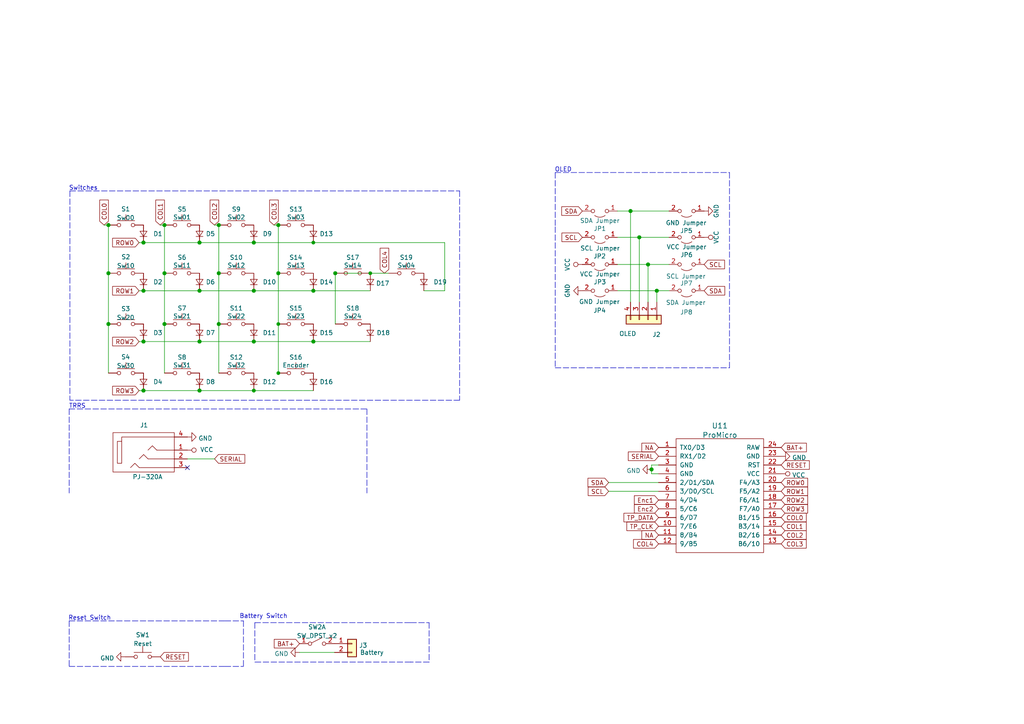
<source format=kicad_sch>
(kicad_sch (version 20211123) (generator eeschema)
  (paper "A4")
  (lib_symbols
    (symbol "Buzzard:MJ-4PP-9" (pin_names (offset 1.016))
      (property "Reference" "J" (at -8.89 -7.62 0))
      (property "Value" "MJ-4PP-9" (at -3.81 6.35 0))
      (symbol "MJ-4PP-9_0_1"
        (rectangle (start -7.62 2.54) (end -8.89 -3.81))
        (polyline (pts (xy 2.54 0) (xy 7.62 0)))
        (polyline (pts (xy -2.54 -5.08) (xy 7.62 -5.08) (xy 7.62 -5.08)))
        (polyline (pts (xy 0 -2.54) (xy -1.27 -1.27) (xy -2.54 -2.54)))
        (polyline (pts (xy 0 0) (xy 1.27 1.27) (xy 2.54 0)))
        (polyline (pts (xy 7.62 3.81) (xy -7.62 3.81) (xy -7.62 2.54)))
        (polyline (pts (xy -2.54 -5.08) (xy -3.81 -3.81) (xy -5.08 -5.08) (xy -5.08 -5.08)))
        (polyline (pts (xy 0 -2.54) (xy 7.62 -2.54) (xy 7.62 -2.54) (xy 7.62 -2.54)))
        (rectangle (start 7.62 -6.35) (end -10.16 5.08))
      )
      (symbol "MJ-4PP-9_1_1"
        (pin passive line (at 11.43 0 180) (length 3.81) (name "~") (number "1"))
        (pin passive line (at 11.43 -2.54 180) (length 3.81) (name "~") (number "2"))
        (pin passive line (at 11.43 -5.08 180) (length 3.81) (name "~") (number "3"))
        (pin passive line (at 11.43 3.81 180) (length 3.81) (name "~") (number "4"))
      )
    )
    (symbol "Buzzard:ProMicro" (pin_names (offset 1.016))
      (property "Reference" "U" (at 0 19.05 0))
      (property "Value" "ProMicro" (at 0 -19.05 0))
      (symbol "ProMicro_0_1"
        (rectangle (start -12.7 16.51) (end 12.7 -16.51))
      )
      (symbol "ProMicro_1_1"
        (pin bidirectional line (at -17.78 13.97 0) (length 5.08) (name "TX0/D3") (number "1"))
        (pin bidirectional line (at -17.78 -8.89 0) (length 5.08) (name "7/E6") (number "10"))
        (pin bidirectional line (at -17.78 -11.43 0) (length 5.08) (name "8/B4") (number "11"))
        (pin bidirectional line (at -17.78 -13.97 0) (length 5.08) (name "9/B5") (number "12"))
        (pin bidirectional line (at 17.78 -13.97 180) (length 5.08) (name "B6/10") (number "13"))
        (pin bidirectional line (at 17.78 -11.43 180) (length 5.08) (name "B2/16") (number "14"))
        (pin bidirectional line (at 17.78 -8.89 180) (length 5.08) (name "B3/14") (number "15"))
        (pin bidirectional line (at 17.78 -6.35 180) (length 5.08) (name "B1/15") (number "16"))
        (pin bidirectional line (at 17.78 -3.81 180) (length 5.08) (name "F7/A0") (number "17"))
        (pin bidirectional line (at 17.78 -1.27 180) (length 5.08) (name "F6/A1") (number "18"))
        (pin bidirectional line (at 17.78 1.27 180) (length 5.08) (name "F5/A2") (number "19"))
        (pin bidirectional line (at -17.78 11.43 0) (length 5.08) (name "RX1/D2") (number "2"))
        (pin bidirectional line (at 17.78 3.81 180) (length 5.08) (name "F4/A3") (number "20"))
        (pin power_in line (at 17.78 6.35 180) (length 5.08) (name "VCC") (number "21"))
        (pin input line (at 17.78 8.89 180) (length 5.08) (name "RST") (number "22"))
        (pin power_in line (at 17.78 11.43 180) (length 5.08) (name "GND") (number "23"))
        (pin power_out line (at 17.78 13.97 180) (length 5.08) (name "RAW") (number "24"))
        (pin power_in line (at -17.78 8.89 0) (length 5.08) (name "GND") (number "3"))
        (pin power_in line (at -17.78 6.35 0) (length 5.08) (name "GND") (number "4"))
        (pin bidirectional line (at -17.78 3.81 0) (length 5.08) (name "2/D1/SDA") (number "5"))
        (pin bidirectional line (at -17.78 1.27 0) (length 5.08) (name "3/D0/SCL") (number "6"))
        (pin bidirectional line (at -17.78 -1.27 0) (length 5.08) (name "4/D4") (number "7"))
        (pin bidirectional line (at -17.78 -3.81 0) (length 5.08) (name "5/C6") (number "8"))
        (pin bidirectional line (at -17.78 -6.35 0) (length 5.08) (name "6/D7") (number "9"))
      )
    )
    (symbol "Connector_Generic:Conn_01x02" (pin_names (offset 1.016) hide)
      (property "Reference" "J" (at 0 2.54 0))
      (property "Value" "Conn_01x02" (at 0 -5.08 0))
      (symbol "Conn_01x02_1_1"
        (rectangle (start -1.27 -2.413) (end 0 -2.667) (stroke (width 0.1524)))
        (rectangle (start -1.27 0.127) (end 0 -0.127) (stroke (width 0.1524)))
        (rectangle (start -1.27 1.27) (end 1.27 -3.81) (stroke (width 0.254)) (fill (type background)))
        (pin passive line (at -5.08 0 0) (length 3.81) (name "Pin_1") (number "1"))
        (pin passive line (at -5.08 -2.54 0) (length 3.81) (name "Pin_2") (number "2"))
      )
    )
    (symbol "Connector_Generic:Conn_01x04" (pin_names (offset 1.016) hide)
      (property "Reference" "J" (at 0 5.08 0))
      (property "Value" "Conn_01x04" (at 0 -7.62 0))
      (symbol "Conn_01x04_1_1"
        (rectangle (start -1.27 -4.953) (end 0 -5.207) (stroke (width 0.1524)))
        (rectangle (start -1.27 -2.413) (end 0 -2.667) (stroke (width 0.1524)))
        (rectangle (start -1.27 0.127) (end 0 -0.127) (stroke (width 0.1524)))
        (rectangle (start -1.27 2.667) (end 0 2.413) (stroke (width 0.1524)))
        (rectangle (start -1.27 3.81) (end 1.27 -6.35) (stroke (width 0.254)) (fill (type background)))
        (pin passive line (at -5.08 2.54 0) (length 3.81) (name "Pin_1") (number "1"))
        (pin passive line (at -5.08 0 0) (length 3.81) (name "Pin_2") (number "2"))
        (pin passive line (at -5.08 -2.54 0) (length 3.81) (name "Pin_3") (number "3"))
        (pin passive line (at -5.08 -5.08 0) (length 3.81) (name "Pin_4") (number "4"))
      )
    )
    (symbol "Device:D_Small" (pin_numbers hide) (pin_names (offset 0.254) hide)
      (property "Reference" "D" (at -1.27 2.032 0))
      (property "Value" "D_Small" (at -3.81 -2.032 0))
      (symbol "D_Small_0_1"
        (polyline (pts (xy -0.762 -1.016) (xy -0.762 1.016)))
        (polyline (pts (xy -0.762 0) (xy 0.762 0)))
        (polyline (pts (xy 0.762 -1.016) (xy -0.762 0) (xy 0.762 1.016) (xy 0.762 -1.016)))
      )
      (symbol "D_Small_1_1"
        (pin passive line (at -2.54 0 0) (length 1.778) (name "K") (number "1"))
        (pin passive line (at 2.54 0 180) (length 1.778) (name "A") (number "2"))
      )
    )
    (symbol "Jumper:Jumper_2_Open" (pin_names (offset 0) hide)
      (property "Reference" "JP" (at 0 2.794 0))
      (property "Value" "Jumper_2_Open" (at 0 -2.286 0))
      (symbol "Jumper_2_Open_0_0"
        (circle (center -2.032 0) (radius 0.508))
        (circle (center 2.032 0) (radius 0.508))
      )
      (symbol "Jumper_2_Open_0_1"
        (arc (start 1.524 1.27) (mid 0 1.778) (end -1.524 1.27))
      )
      (symbol "Jumper_2_Open_1_1"
        (pin passive line (at -5.08 0 0) (length 2.54) (name "A") (number "1"))
        (pin passive line (at 5.08 0 180) (length 2.54) (name "B") (number "2"))
      )
    )
    (symbol "Switch:SW_DPST_x2" (pin_names (offset 0) hide)
      (property "Reference" "SW" (at 0 3.175 0))
      (property "Value" "SW_DPST_x2" (at 0 -2.54 0))
      (symbol "SW_DPST_x2_0_0"
        (circle (center -2.032 0) (radius 0.508))
        (polyline (pts (xy -1.524 0.254) (xy 1.524 1.778)))
        (circle (center 2.032 0) (radius 0.508))
      )
      (symbol "SW_DPST_x2_1_1"
        (pin passive line (at -5.08 0 0) (length 2.54) (name "A") (number "1"))
        (pin passive line (at 5.08 0 180) (length 2.54) (name "B") (number "2"))
      )
      (symbol "SW_DPST_x2_2_1"
        (pin passive line (at -5.08 0 0) (length 2.54) (name "A") (number "3"))
        (pin passive line (at 5.08 0 180) (length 2.54) (name "B") (number "4"))
      )
    )
    (symbol "Switch:SW_Push" (pin_numbers hide) (pin_names (offset 1.016) hide)
      (property "Reference" "SW" (at 1.27 2.54 0))
      (property "Value" "SW_Push" (at 0 -1.524 0))
      (symbol "SW_Push_0_1"
        (circle (center -2.032 0) (radius 0.508))
        (polyline (pts (xy 0 1.27) (xy 0 3.048)))
        (polyline (pts (xy 2.54 1.27) (xy -2.54 1.27)))
        (circle (center 2.032 0) (radius 0.508))
        (pin passive line (at -5.08 0 0) (length 2.54) (name "1") (number "1"))
        (pin passive line (at 5.08 0 180) (length 2.54) (name "2") (number "2"))
      )
    )
    (symbol "power:GND" (power) (pin_names (offset 0))
      (property "Value" "GND" (at 0 -3.81 0))
      (symbol "GND_0_1"
        (polyline (pts (xy 0 0) (xy 0 -1.27) (xy 1.27 -1.27) (xy 0 -2.54) (xy -1.27 -1.27) (xy 0 -1.27)))
      )
      (symbol "GND_1_1"
        (pin power_in line (at 0 0 270) (length 0) hide (name "GND") (number "1"))
      )
    )
    (symbol "power:VCC" (power) (pin_names (offset 0))
      (property "Value" "VCC" (at 0 3.81 0))
      (symbol "VCC_0_1"
        (polyline (pts (xy 0 0) (xy 0 1.27)))
        (circle (center 0 1.905) (radius 0.635))
      )
      (symbol "VCC_1_1"
        (pin power_in line (at 0 0 90) (length 0) hide (name "VCC") (number "1"))
      )
    )
  )
  (junction (at 57.8673 113.287) (diameter 1.016))
  (junction (at 63.4553 65.281) (diameter 1.016))
  (junction (at 188.976 136.144) (diameter 1.016))
  (junction (at 63.4553 93.983) (diameter 1.016))
  (junction (at 185.42 68.834) (diameter 1.016))
  (junction (at 57.8673 70.361) (diameter 1.016))
  (junction (at 73.6153 113.2906))
  (junction (at 73.6153 84.331) (diameter 1.016))
  (junction (at 187.96 76.708) (diameter 1.016))
  (junction (at 47.7073 79.251) (diameter 1.016))
  (junction (at 73.6153 99.063) (diameter 1.016))
  (junction (at 107.3973 79.251))
  (junction (at 80.7273 65.281) (diameter 1.016))
  (junction (at 90.8873 99.063) (diameter 1.016))
  (junction (at 80.7337 108.2106))
  (junction (at 57.8673 84.331) (diameter 1.016))
  (junction (at 73.6153 70.361) (diameter 1.016))
  (junction (at 97.2373 79.251) (diameter 1.016))
  (junction (at 63.4553 79.251) (diameter 1.016))
  (junction (at 41.6113 84.331) (diameter 1.016))
  (junction (at 47.7073 93.983) (diameter 1.016))
  (junction (at 80.7273 93.983))
  (junction (at 57.8673 99.063) (diameter 1.016))
  (junction (at 190.5 84.328) (diameter 1.016))
  (junction (at 31.4513 93.983) (diameter 1.016))
  (junction (at 31.4513 79.251) (diameter 1.016))
  (junction (at 41.6113 70.361) (diameter 1.016))
  (junction (at 31.4513 65.281) (diameter 1.016))
  (junction (at 47.7073 65.281) (diameter 1.016))
  (junction (at 41.6113 99.063) (diameter 1.016))
  (junction (at 80.7273 79.251) (diameter 1.016))
  (junction (at 182.88 61.214) (diameter 1.016))
  (junction (at 90.8873 84.331) (diameter 1.016))
  (junction (at 90.8873 70.361))
  (junction (at 73.6153 113.287))
  (junction (at 41.6113 113.287) (diameter 1.016))
  (no_connect (at 54.356 135.636))
  (wire (pts (xy 187.96 76.708) (xy 194.056 76.708)))
  (wire (pts (xy 182.88 61.214) (xy 194.056 61.214)))
  (polyline (pts (xy 211.582 106.68) (xy 211.582 65.786)) (stroke (width 0) (type dash)))
  (wire (pts (xy 80.7273 65.281) (xy 80.7273 79.251)))
  (wire (pts (xy 57.8673 99.063) (xy 73.6153 99.063)))
  (wire (pts (xy 179.07 76.708) (xy 187.96 76.708)))
  (wire (pts (xy 179.07 61.214) (xy 182.88 61.214)))
  (wire (pts (xy 54.356 133.096) (xy 62.23 133.096)))
  (polyline (pts (xy 65.278 180.086) (xy 70.612 180.086)) (stroke (width 0) (type dash)))
  (polyline (pts (xy 106.426 118.618) (xy 106.426 143.002)) (stroke (width 0) (type dash)))
  (wire (pts (xy 31.4513 79.251) (xy 31.4513 93.983)))
  (wire (pts (xy 128.9873 84.331) (xy 128.9873 70.361)))
  (wire (pts (xy 188.976 137.414) (xy 188.976 136.144)))
  (wire (pts (xy 185.42 87.63) (xy 185.42 68.834)))
  (wire (pts (xy 41.6113 99.063) (xy 57.8673 99.063)))
  (wire (pts (xy 176.53 139.954) (xy 191.008 139.954)))
  (polyline (pts (xy 124.46 180.594) (xy 124.46 192.024)) (stroke (width 0) (type dash)))
  (wire (pts (xy 31.4513 65.281) (xy 31.4513 79.251)))
  (polyline (pts (xy 161.036 50.038) (xy 161.036 65.786)) (stroke (width 0) (type dash)))
  (polyline (pts (xy 119.126 180.594) (xy 124.46 180.594)) (stroke (width 0) (type dash)))
  (wire (pts (xy 41.6113 70.361) (xy 57.8673 70.361)))
  (wire (pts (xy 57.8673 70.361) (xy 73.6153 70.361)))
  (wire (pts (xy 107.3973 79.251) (xy 97.2373 79.251)))
  (wire (pts (xy 40.3413 70.361) (xy 41.6113 70.361)))
  (polyline (pts (xy 133.3053 55.375) (xy 133.3053 116.081)) (stroke (width 0) (type dash)))
  (polyline (pts (xy 20.066 118.618) (xy 106.426 118.618)) (stroke (width 0) (type dash)))
  (polyline (pts (xy 119.126 192.024) (xy 73.914 192.024)) (stroke (width 0) (type dash)))
  (wire (pts (xy 40.3413 113.287) (xy 41.6113 113.287)))
  (wire (pts (xy 47.7073 65.281) (xy 47.7073 79.251)))
  (polyline (pts (xy 20.2753 55.375) (xy 20.2753 116.081)) (stroke (width 0) (type dash)))
  (wire (pts (xy 90.8873 84.331) (xy 107.3973 84.331)))
  (wire (pts (xy 190.5 84.328) (xy 194.056 84.328)))
  (wire (pts (xy 63.4553 65.281) (xy 63.4553 79.251)))
  (polyline (pts (xy 161.036 106.68) (xy 211.582 106.68)) (stroke (width 0) (type dash)))
  (wire (pts (xy 41.6113 113.287) (xy 57.8673 113.287)))
  (polyline (pts (xy 20.066 180.086) (xy 65.278 180.086)) (stroke (width 0) (type dash)))
  (wire (pts (xy 47.7073 93.983) (xy 47.7073 108.207)))
  (polyline (pts (xy 133.3053 116.081) (xy 20.2753 116.081)) (stroke (width 0) (type dash)))
  (wire (pts (xy 188.976 134.874) (xy 188.976 136.144)))
  (wire (pts (xy 179.07 84.328) (xy 190.5 84.328)))
  (polyline (pts (xy 20.066 193.294) (xy 65.278 193.294)) (stroke (width 0.1524) (type dash)))
  (wire (pts (xy 73.6153 113.2906) (xy 73.6153 113.287)))
  (polyline (pts (xy 161.036 50.038) (xy 211.582 50.038)) (stroke (width 0) (type dash)))
  (wire (pts (xy 30.1813 65.281) (xy 31.4513 65.281)))
  (wire (pts (xy 47.7073 79.251) (xy 47.7073 93.983)))
  (wire (pts (xy 73.6153 99.063) (xy 90.8873 99.063)))
  (polyline (pts (xy 65.278 193.294) (xy 70.612 193.294)) (stroke (width 0) (type dash)))
  (wire (pts (xy 31.4513 93.983) (xy 31.4513 108.207)))
  (wire (pts (xy 62.1853 65.281) (xy 63.4553 65.281)))
  (wire (pts (xy 122.9311 84.331) (xy 128.9873 84.331)))
  (wire (pts (xy 57.8673 84.331) (xy 73.6153 84.331)))
  (wire (pts (xy 40.3413 99.063) (xy 41.6113 99.063)))
  (wire (pts (xy 185.42 68.834) (xy 194.056 68.834)))
  (wire (pts (xy 182.88 61.214) (xy 182.88 87.63)))
  (wire (pts (xy 187.96 76.708) (xy 187.96 87.63)))
  (polyline (pts (xy 20.066 180.086) (xy 20.066 193.294)) (stroke (width 0) (type dash)))
  (polyline (pts (xy 161.036 65.786) (xy 161.036 106.68)) (stroke (width 0) (type dash)))
  (wire (pts (xy 79.4573 65.281) (xy 80.7273 65.281)))
  (wire (pts (xy 80.7273 79.251) (xy 80.7273 93.983)))
  (wire (pts (xy 40.3413 84.331) (xy 41.6113 84.331)))
  (wire (pts (xy 90.8873 113.2906) (xy 73.6153 113.2906)))
  (wire (pts (xy 97.2373 79.251) (xy 97.2373 93.983)))
  (polyline (pts (xy 73.914 180.594) (xy 119.126 180.594)) (stroke (width 0) (type dash)))
  (wire (pts (xy 41.6113 84.331) (xy 57.8673 84.331)))
  (wire (pts (xy 176.53 142.494) (xy 191.008 142.494)))
  (wire (pts (xy 90.8873 99.063) (xy 107.3973 99.063)))
  (wire (pts (xy 80.7273 93.983) (xy 80.7273 108.2106)))
  (polyline (pts (xy 73.914 180.594) (xy 73.914 192.024)) (stroke (width 0) (type dash)))
  (wire (pts (xy 179.07 68.834) (xy 185.42 68.834)))
  (wire (pts (xy 128.9873 70.361) (xy 90.8873 70.361)))
  (wire (pts (xy 107.3973 79.251) (xy 112.7711 79.251)))
  (wire (pts (xy 190.5 84.328) (xy 190.5 87.63)))
  (wire (pts (xy 57.8673 113.287) (xy 73.6153 113.287)))
  (wire (pts (xy 86.868 189.23) (xy 97.028 189.23)))
  (polyline (pts (xy 211.582 50.038) (xy 211.582 65.786)) (stroke (width 0) (type dash)))
  (polyline (pts (xy 20.066 118.618) (xy 20.066 143.002)) (stroke (width 0) (type dash)))
  (polyline (pts (xy 124.46 192.024) (xy 119.126 192.024)) (stroke (width 0) (type dash)))
  (wire (pts (xy 191.008 137.414) (xy 188.976 137.414)))
  (wire (pts (xy 46.4373 65.281) (xy 47.7073 65.281)))
  (wire (pts (xy 80.7273 108.2106) (xy 80.7337 108.2106)))
  (wire (pts (xy 73.6153 70.361) (xy 90.8873 70.361)))
  (polyline (pts (xy 20.2753 55.375) (xy 133.3053 55.375)) (stroke (width 0) (type dash)))
  (wire (pts (xy 191.008 134.874) (xy 188.976 134.874)))
  (polyline (pts (xy 70.612 180.086) (xy 70.612 193.294)) (stroke (width 0) (type dash)))
  (wire (pts (xy 63.4553 79.251) (xy 63.4553 93.983)))
  (wire (pts (xy 73.6153 84.331) (xy 90.8873 84.331)))
  (wire (pts (xy 63.4553 93.983) (xy 63.4553 108.207)))
  (text "TRRS" (at 24.892 118.618 180) (effects (font (size 1.27 1.27)) (justify right bottom)))
  (text "Switches" (at 28.4033 55.375 180) (effects (font (size 1.27 1.27)) (justify right bottom)))
  (text "Battery Switch	" (at 89.662 179.578 180) (effects (font (size 1.27 1.27)) (justify right bottom)))
  (text "OLED" (at 165.862 50.038 180) (effects (font (size 1.27 1.27)) (justify right bottom)))
  (text "Reset Switch" (at 32.258 180.086 180) (effects (font (size 1.27 1.27)) (justify right bottom)))
  (global_label "ROW1" (shape input) (at 40.3413 84.331 180) (property "Intersheet References" "${INTERSHEET_REFS}" (effects hide)))
  (global_label "SCL" (shape input) (at 176.53 142.494 180) (property "Intersheet References" "${INTERSHEET_REFS}" (effects hide)))
  (global_label "SERIAL" (shape input) (at 62.23 133.096 0) (property "Intersheet References" "${INTERSHEET_REFS}" (effects hide)))
  (global_label "ROW2" (shape input) (at 40.3413 99.063 180) (property "Intersheet References" "${INTERSHEET_REFS}" (effects hide)))
  (global_label "RESET" (shape input) (at 46.482 190.5 0) (property "Intersheet References" "${INTERSHEET_REFS}" (effects hide)))
  (global_label "TP_CLK" (shape input) (at 191.008 152.654 180) (property "Intersheet References" "${INTERSHEET_REFS}" (effects hide)))
  (global_label "TP_DATA" (shape input) (at 191.008 150.114 180) (property "Intersheet References" "${INTERSHEET_REFS}" (effects hide)))
  (global_label "COL2" (shape input) (at 226.568 155.194 0) (property "Intersheet References" "${INTERSHEET_REFS}" (effects hide)))
  (global_label "COL3" (shape input) (at 226.568 157.734 0) (property "Intersheet References" "${INTERSHEET_REFS}" (effects hide)))
  (global_label "BAT+" (shape input) (at 86.868 186.69 180) (property "Intersheet References" "${INTERSHEET_REFS}" (effects hide)))
  (global_label "COL4" (shape input) (at 111.5011 79.251 90) (property "Intersheet References" "${INTERSHEET_REFS}" (effects hide)))
  (global_label "BAT+" (shape input) (at 226.568 129.794 0) (property "Intersheet References" "${INTERSHEET_REFS}" (effects hide)))
  (global_label "COL4" (shape input) (at 191.008 157.734 180) (property "Intersheet References" "${INTERSHEET_REFS}" (effects hide)))
  (global_label "ROW2" (shape input) (at 226.568 145.034 0) (property "Intersheet References" "${INTERSHEET_REFS}" (effects hide)))
  (global_label "ROW1" (shape input) (at 226.568 142.494 0) (property "Intersheet References" "${INTERSHEET_REFS}" (effects hide)))
  (global_label "NA" (shape input) (at 191.008 155.194 180) (property "Intersheet References" "${INTERSHEET_REFS}" (effects hide)))
  (global_label "SDA" (shape input) (at 168.91 61.214 180) (property "Intersheet References" "${INTERSHEET_REFS}" (effects hide)))
  (global_label "SDA" (shape input) (at 176.53 139.954 180) (property "Intersheet References" "${INTERSHEET_REFS}" (effects hide)))
  (global_label "COL3" (shape input) (at 79.4573 65.281 90) (property "Intersheet References" "${INTERSHEET_REFS}" (effects hide)))
  (global_label "ROW3" (shape input) (at 40.3413 113.287 180) (property "Intersheet References" "${INTERSHEET_REFS}" (effects hide)))
  (global_label "Enc2" (shape input) (at 191.008 147.574 180) (property "Intersheet References" "${INTERSHEET_REFS}" (effects hide)))
  (global_label "ROW3" (shape input) (at 226.568 147.574 0) (property "Intersheet References" "${INTERSHEET_REFS}" (effects hide)))
  (global_label "SDA" (shape input) (at 204.216 84.328 0) (property "Intersheet References" "${INTERSHEET_REFS}" (effects hide)))
  (global_label "ROW0" (shape input) (at 226.568 139.954 0) (property "Intersheet References" "${INTERSHEET_REFS}" (effects hide)))
  (global_label "COL1" (shape input) (at 226.568 152.654 0) (property "Intersheet References" "${INTERSHEET_REFS}" (effects hide)))
  (global_label "NA" (shape input) (at 191.008 129.794 180) (property "Intersheet References" "${INTERSHEET_REFS}" (effects hide)))
  (global_label "ROW0" (shape input) (at 40.3413 70.361 180) (property "Intersheet References" "${INTERSHEET_REFS}" (effects hide)))
  (global_label "COL0" (shape input) (at 30.1813 65.281 90) (property "Intersheet References" "${INTERSHEET_REFS}" (effects hide)))
  (global_label "COL1" (shape input) (at 46.4373 65.281 90) (property "Intersheet References" "${INTERSHEET_REFS}" (effects hide)))
  (global_label "SERIAL" (shape input) (at 191.008 132.334 180) (property "Intersheet References" "${INTERSHEET_REFS}" (effects hide)))
  (global_label "COL0" (shape input) (at 226.568 150.114 0) (property "Intersheet References" "${INTERSHEET_REFS}" (effects hide)))
  (global_label "SCL" (shape input) (at 168.91 68.834 180) (property "Intersheet References" "${INTERSHEET_REFS}" (effects hide)))
  (global_label "Enc1" (shape input) (at 191.008 145.034 180) (property "Intersheet References" "${INTERSHEET_REFS}" (effects hide)))
  (global_label "SCL" (shape input) (at 204.216 76.708 0) (property "Intersheet References" "${INTERSHEET_REFS}" (effects hide)))
  (global_label "COL2" (shape input) (at 62.1853 65.281 90) (property "Intersheet References" "${INTERSHEET_REFS}" (effects hide)))
  (global_label "RESET" (shape input) (at 226.568 134.874 0) (property "Intersheet References" "${INTERSHEET_REFS}" (effects hide)))
  (symbol (lib_id "power:GND") (at 204.216 61.214 90) (unit 1)
    (property "Reference" "#PWR0102" (effects hide))
    (property "Value" "GND" (at 207.7634 61.214 0))
  )
  (symbol (lib_id "Device:D_Small") (at 41.6113 81.791 90) (unit 1)
    (property "Reference" "D2" (at 44.45 81.7909 90) (effects (justify right)))
    (property "Value" "D_Small" (effects hide))
    (property "Footprint" "Buzzard:D3_TH_SMD_v2" (effects hide))
  )
  (symbol (lib_id "Jumper:Jumper_2_Open") (at 199.136 61.214 180) (unit 1)
    (property "Reference" "JP5" (at 200.9129 66.9291 0) (effects (justify left)))
    (property "Value" "GND Jumper" (at 204.9642 64.6431 0) (effects (justify left)))
    (property "Footprint" "Jumper:SolderJumper-2_P1.3mm_Open_Pad1.0x1.5mm" (effects hide))
  )
  (symbol (lib_id "Switch:SW_Push") (at 52.7873 79.251 0) (unit 1)
    (property "Reference" "S6" (at 52.7873 74.6748 0))
    (property "Value" "Sw11" (at 52.7873 76.9735 0))
    (property "Footprint" "Buzzard:SW_MX_choc" (effects hide))
  )
  (symbol (lib_id "Switch:SW_Push") (at 41.402 190.5 0) (unit 1)
    (property "Reference" "SW1" (at 41.402 184.15 0))
    (property "Value" "Reset" (at 41.402 186.69 0))
    (property "Footprint" "Buzzard:SW_Tactile_SPST_Angled_PTS645Vx39-2LFS" (effects hide))
  )
  (symbol (lib_id "Device:D_Small") (at 73.6153 96.523 90) (unit 1)
    (property "Reference" "D11" (at 76.2 96.5229 90) (effects (justify right)))
    (property "Value" "D_Small" (effects hide))
    (property "Footprint" "Buzzard:D3_TH_SMD_v2" (effects hide))
  )
  (symbol (lib_id "Jumper:Jumper_2_Open") (at 173.99 68.834 180) (unit 1)
    (property "Reference" "JP2" (at 175.7669 74.2951 0) (effects (justify left)))
    (property "Value" "SCL Jumper" (at 179.8182 72.0091 0) (effects (justify left)))
    (property "Footprint" "Jumper:SolderJumper-2_P1.3mm_Open_Pad1.0x1.5mm" (effects hide))
  )
  (symbol (lib_id "Device:D_Small") (at 90.8873 67.821 90) (unit 1)
    (property "Reference" "D13" (at 92.71 67.8209 90) (effects (justify right)))
    (property "Value" "D_Small" (effects hide))
    (property "Footprint" "Buzzard:D3_TH_SMD_v2" (effects hide))
  )
  (symbol (lib_id "Device:D_Small") (at 41.6113 110.747 90) (unit 1)
    (property "Reference" "D4" (at 44.45 110.7469 90) (effects (justify right)))
    (property "Value" "D_Small" (effects hide))
    (property "Footprint" "Buzzard:D3_TH_SMD_v2" (effects hide))
  )
  (symbol (lib_id "Device:D_Small") (at 90.8873 96.523 90) (unit 1)
    (property "Reference" "D15" (at 92.71 96.5229 90) (effects (justify right)))
    (property "Value" "D_Small" (effects hide))
    (property "Footprint" "Buzzard:D3_TH_SMD_v2" (effects hide))
  )
  (symbol (lib_id "Switch:SW_Push") (at 85.8073 93.983 0) (unit 1)
    (property "Reference" "S15" (at 85.8073 89.4068 0))
    (property "Value" "Sw23" (at 85.8073 91.7055 0))
    (property "Footprint" "Buzzard:SW_MX_choc" (effects hide))
  )
  (symbol (lib_id "power:GND") (at 36.322 190.5 270) (unit 1)
    (property "Reference" "#PWR01" (effects hide))
    (property "Value" "GND" (at 33.147 190.8885 90) (effects (justify right)))
  )
  (symbol (lib_id "Device:D_Small") (at 73.6153 67.821 90) (unit 1)
    (property "Reference" "D9" (at 76.2 67.8209 90) (effects (justify right)))
    (property "Value" "D_Small" (effects hide))
    (property "Footprint" "Buzzard:D3_TH_SMD_v2" (effects hide))
  )
  (symbol (lib_id "Switch:SW_Push") (at 52.7873 93.983 0) (unit 1)
    (property "Reference" "S7" (at 52.7873 89.4068 0))
    (property "Value" "Sw21" (at 52.7873 91.7055 0))
    (property "Footprint" "Buzzard:SW_MX_choc" (effects hide))
  )
  (symbol (lib_id "Device:D_Small") (at 122.9311 81.791 90) (unit 1)
    (property "Reference" "D19" (at 125.73 81.7909 90) (effects (justify right)))
    (property "Value" "D_Small" (effects hide))
    (property "Footprint" "Buzzard:D3_TH_SMD_v2" (effects hide))
  )
  (symbol (lib_id "Switch:SW_Push") (at 102.3173 93.983 0) (unit 1)
    (property "Reference" "S18" (at 102.3173 89.4068 0))
    (property "Value" "Sw24" (at 102.3173 91.7055 0))
    (property "Footprint" "Buzzard:SW_MX_choc" (effects hide))
  )
  (symbol (lib_id "Switch:SW_Push") (at 68.5353 65.281 0) (unit 1)
    (property "Reference" "S9" (at 68.5353 60.7048 0))
    (property "Value" "Sw02" (at 68.5353 63.0035 0))
    (property "Footprint" "Buzzard:SW_MX_choc" (effects hide))
  )
  (symbol (lib_id "Jumper:Jumper_2_Open") (at 199.136 84.328 180) (unit 1)
    (property "Reference" "JP8" (at 200.9129 90.5511 0) (effects (justify left)))
    (property "Value" "SDA Jumper" (at 204.7102 87.7571 0) (effects (justify left)))
    (property "Footprint" "Jumper:SolderJumper-2_P1.3mm_Open_Pad1.0x1.5mm" (effects hide))
  )
  (symbol (lib_id "Device:D_Small") (at 57.8673 110.747 90) (unit 1)
    (property "Reference" "D8" (at 59.69 110.7469 90) (effects (justify right)))
    (property "Value" "D_Small" (effects hide))
    (property "Footprint" "Buzzard:D3_TH_SMD_v2" (effects hide))
  )
  (symbol (lib_id "Device:D_Small") (at 107.3973 81.791 90) (unit 1)
    (property "Reference" "D17" (at 109.0484 82.1795 90) (effects (justify right)))
    (property "Value" "D_Small" (effects hide))
    (property "Footprint" "Buzzard:D3_TH_SMD_v2" (effects hide))
  )
  (symbol (lib_id "Jumper:Jumper_2_Open") (at 173.99 84.328 180) (unit 1)
    (property "Reference" "JP4" (at 175.7669 90.0431 0) (effects (justify left)))
    (property "Value" "GND Jumper" (at 179.8182 87.5031 0) (effects (justify left)))
    (property "Footprint" "Jumper:SolderJumper-2_P1.3mm_Open_Pad1.0x1.5mm" (effects hide))
  )
  (symbol (lib_id "Switch:SW_Push") (at 36.5313 108.207 0) (unit 1)
    (property "Reference" "S4" (at 36.4446 103.5355 0))
    (property "Value" "Sw30" (at 36.4446 106.0755 0))
    (property "Footprint" "Buzzard:SW_MX_choc" (effects hide))
  )
  (symbol (lib_id "power:GND") (at 54.356 126.746 90) (unit 1)
    (property "Reference" "#PWR04" (effects hide))
    (property "Value" "GND" (at 57.5311 127.1345 90) (effects (justify right)))
  )
  (symbol (lib_id "Buzzard:ProMicro") (at 208.788 143.764 0) (unit 1)
    (property "Reference" "U11" (at 208.788 123.4899 0) (effects (font (size 1.524 1.524))))
    (property "Value" "ProMicro" (at 208.788 126.1975 0) (effects (font (size 1.524 1.524))))
    (property "Footprint" "Buzzard:ProMicro_v2" (effects hide))
  )
  (symbol (lib_id "Device:D_Small") (at 57.8673 81.791 90) (unit 1)
    (property "Reference" "D6" (at 59.69 81.7909 90) (effects (justify right)))
    (property "Value" "D_Small" (effects hide))
    (property "Footprint" "Buzzard:D3_TH_SMD_v2" (effects hide))
  )
  (symbol (lib_id "Jumper:Jumper_2_Open") (at 199.136 68.834 180) (unit 1)
    (property "Reference" "JP6" (at 199.136 73.9182 0))
    (property "Value" "VCC Jumper" (at 199.136 71.6195 0))
    (property "Footprint" "Jumper:SolderJumper-2_P1.3mm_Open_Pad1.0x1.5mm" (effects hide))
  )
  (symbol (lib_id "power:VCC") (at 168.91 76.708 90) (unit 1)
    (property "Reference" "#PWR0103" (effects hide))
    (property "Value" "VCC" (at 164.5856 76.708 0))
  )
  (symbol (lib_id "Switch:SW_Push") (at 52.7873 65.281 0) (unit 1)
    (property "Reference" "S5" (at 52.7873 60.7048 0))
    (property "Value" "Sw01" (at 52.7873 63.0035 0))
    (property "Footprint" "Buzzard:SW_MX_choc" (effects hide))
  )
  (symbol (lib_id "Connector_Generic:Conn_01x02") (at 102.108 186.69 0) (unit 1)
    (property "Reference" "J3" (at 104.1401 187.1991 0) (effects (justify left)))
    (property "Value" "Battery" (at 104.3941 189.2438 0) (effects (justify left)))
    (property "Footprint" "Connector_JST:JST_PH_S2B-PH-K_1x02_P2.00mm_Horizontal" (effects hide))
  )
  (symbol (lib_id "power:VCC") (at 226.568 137.414 270) (unit 1)
    (property "Reference" "#PWR015" (effects hide))
    (property "Value" "VCC" (at 229.7431 137.8025 90) (effects (justify left)))
  )
  (symbol (lib_id "Switch:SW_Push") (at 102.3173 79.251 0) (unit 1)
    (property "Reference" "S17" (at 102.3173 74.6748 0))
    (property "Value" "Sw14" (at 102.3173 76.9735 0))
    (property "Footprint" "Buzzard:SW_MX_choc" (effects hide))
  )
  (symbol (lib_id "Jumper:Jumper_2_Open") (at 173.99 76.708 180) (unit 1)
    (property "Reference" "JP3" (at 173.99 81.7922 0))
    (property "Value" "VCC Jumper" (at 173.99 79.4935 0))
    (property "Footprint" "Jumper:SolderJumper-2_P1.3mm_Open_Pad1.0x1.5mm" (effects hide))
  )
  (symbol (lib_id "Switch:SW_Push") (at 117.8511 79.251 0) (unit 1)
    (property "Reference" "S19" (at 117.8511 74.6748 0))
    (property "Value" "Sw04" (at 117.8511 76.9735 0))
    (property "Footprint" "Buzzard:SW_MX_choc" (effects hide))
  )
  (symbol (lib_id "Device:D_Small") (at 57.8673 67.821 90) (unit 1)
    (property "Reference" "D5" (at 59.69 67.8209 90) (effects (justify right)))
    (property "Value" "D_Small" (effects hide))
    (property "Footprint" "Buzzard:D3_TH_SMD_v2" (effects hide))
  )
  (symbol (lib_id "Jumper:Jumper_2_Open") (at 199.136 76.708 180) (unit 1)
    (property "Reference" "JP7" (at 200.9129 82.1691 0) (effects (justify left)))
    (property "Value" "SCL Jumper" (at 204.7102 80.1371 0) (effects (justify left)))
    (property "Footprint" "Jumper:SolderJumper-2_P1.3mm_Open_Pad1.0x1.5mm" (effects hide))
  )
  (symbol (lib_id "Switch:SW_Push") (at 85.8073 79.251 0) (unit 1)
    (property "Reference" "S14" (at 85.8073 74.6748 0))
    (property "Value" "Sw13" (at 85.8073 76.9735 0))
    (property "Footprint" "Buzzard:SW_MX_choc" (effects hide))
  )
  (symbol (lib_id "Device:D_Small") (at 73.6153 110.747 90) (unit 1)
    (property "Reference" "D12" (at 76.2 110.7469 90) (effects (justify right)))
    (property "Value" "D_Small" (effects hide))
    (property "Footprint" "Buzzard:D3_TH_SMD_v2" (effects hide))
  )
  (symbol (lib_id "Switch:SW_Push") (at 36.5313 93.983 0) (unit 1)
    (property "Reference" "S3" (at 36.4446 89.5655 0))
    (property "Value" "Sw20" (at 36.4446 92.1055 0))
    (property "Footprint" "Buzzard:SW_MX_choc" (effects hide))
  )
  (symbol (lib_id "Jumper:Jumper_2_Open") (at 173.99 61.214 180) (unit 1)
    (property "Reference" "JP1" (at 173.99 66.2982 0))
    (property "Value" "SDA Jumper" (at 173.99 63.9995 0))
    (property "Footprint" "Jumper:SolderJumper-2_P1.3mm_Open_Pad1.0x1.5mm" (effects hide))
  )
  (symbol (lib_id "Switch:SW_Push") (at 68.5353 79.251 0) (unit 1)
    (property "Reference" "S10" (at 68.5353 74.6748 0))
    (property "Value" "Sw12" (at 68.5353 76.9735 0))
    (property "Footprint" "Buzzard:SW_MX_choc" (effects hide))
  )
  (symbol (lib_id "power:GND") (at 188.976 136.144 270) (unit 1)
    (property "Reference" "#PWR013" (effects hide))
    (property "Value" "GND" (at 185.801 136.5325 90) (effects (justify right)))
  )
  (symbol (lib_id "power:GND") (at 168.91 84.328 270) (unit 1)
    (property "Reference" "#PWR0104" (effects hide))
    (property "Value" "GND" (at 164.5856 84.328 0))
  )
  (symbol (lib_id "Switch:SW_DPST_x2") (at 91.948 186.69 0) (unit 1)
    (property "Reference" "SW2" (at 91.948 181.864 0))
    (property "Value" "SW_DPST_x2" (at 91.948 184.404 0))
    (property "Footprint" "Buzzard:SW-TH_3P-L9.1-W3.5-P2.50-S3.20-A3" (effects hide))
  )
  (symbol (lib_id "Connector_Generic:Conn_01x04") (at 187.96 92.71 270) (unit 1)
    (property "Reference" "J2" (at 189.2289 97.0281 90) (effects (justify left)))
    (property "Value" "OLED" (at 179.5642 96.7741 90) (effects (justify left)))
    (property "Footprint" "Buzzard:OLED" (effects hide))
  )
  (symbol (lib_id "Switch:SW_Push") (at 52.7873 108.207 0) (unit 1)
    (property "Reference" "S8" (at 52.7873 103.6308 0))
    (property "Value" "Sw31" (at 52.7873 105.9295 0))
    (property "Footprint" "Buzzard:SW_MX_choc" (effects hide))
  )
  (symbol (lib_id "power:VCC") (at 204.216 68.834 270) (unit 1)
    (property "Reference" "#PWR0101" (effects hide))
    (property "Value" "VCC" (at 207.7634 68.834 0))
  )
  (symbol (lib_id "Switch:SW_Push") (at 36.5313 79.251 0) (unit 1)
    (property "Reference" "S2" (at 36.4873 74.5254 0))
    (property "Value" "Sw10" (at 36.4873 77.0654 0))
    (property "Footprint" "Buzzard:SW_MX_choc" (effects hide))
  )
  (symbol (lib_id "Device:D_Small") (at 90.8937 110.7506 90) (unit 1)
    (property "Reference" "D16" (at 92.71 110.7505 90) (effects (justify right)))
    (property "Value" "D_Small" (effects hide))
    (property "Footprint" "Buzzard:D3_TH_SMD_v2" (effects hide))
  )
  (symbol (lib_id "Switch:SW_Push") (at 85.8073 65.281 0) (unit 1)
    (property "Reference" "S13" (at 85.8073 60.7048 0))
    (property "Value" "Sw03" (at 85.8073 63.0035 0))
    (property "Footprint" "Buzzard:SW_MX_choc" (effects hide))
  )
  (symbol (lib_id "Device:D_Small") (at 73.6153 81.791 90) (unit 1)
    (property "Reference" "D10" (at 76.2 81.7909 90) (effects (justify right)))
    (property "Value" "D_Small" (effects hide))
    (property "Footprint" "Buzzard:D3_TH_SMD_v2" (effects hide))
  )
  (symbol (lib_id "Switch:SW_Push") (at 68.5353 93.983 0) (unit 1)
    (property "Reference" "S11" (at 68.5353 89.4068 0))
    (property "Value" "Sw22" (at 68.5353 91.7055 0))
    (property "Footprint" "Buzzard:SW_MX_choc" (effects hide))
  )
  (symbol (lib_id "Switch:SW_Push") (at 85.8137 108.2106 0) (unit 1)
    (property "Reference" "S16" (at 85.8137 103.6344 0))
    (property "Value" "Encoder" (at 85.8137 105.9331 0))
    (property "Footprint" "Buzzard:RollerEncoder_Panasonic_EVQWGD001" (effects hide))
  )
  (symbol (lib_id "power:GND") (at 226.568 132.334 90) (unit 1)
    (property "Reference" "#PWR014" (effects hide))
    (property "Value" "GND" (at 229.7431 132.7225 90) (effects (justify right)))
  )
  (symbol (lib_id "Device:D_Small") (at 57.8673 96.523 90) (unit 1)
    (property "Reference" "D7" (at 59.69 96.5229 90) (effects (justify right)))
    (property "Value" "D_Small" (effects hide))
    (property "Footprint" "Buzzard:D3_TH_SMD_v2" (effects hide))
  )
  (symbol (lib_id "power:GND") (at 86.868 189.23 270) (unit 1)
    (property "Reference" "#PWR06" (effects hide))
    (property "Value" "GND" (at 83.693 189.6185 90) (effects (justify right)))
  )
  (symbol (lib_id "power:VCC") (at 54.356 130.556 270) (unit 1)
    (property "Reference" "#PWR05" (effects hide))
    (property "Value" "VCC" (at 58.0391 130.4365 90) (effects (justify left)))
  )
  (symbol (lib_id "Device:D_Small") (at 41.6113 67.821 90) (unit 1)
    (property "Reference" "D1" (at 44.45 67.8209 90) (effects (justify right)))
    (property "Value" "D_Small" (effects hide))
    (property "Footprint" "Buzzard:D3_TH_SMD_v2" (effects hide))
  )
  (symbol (lib_id "Buzzard:MJ-4PP-9") (at 42.926 130.556 0) (unit 1)
    (property "Reference" "J1" (at 41.783 123.3128 0))
    (property "Value" "PJ-320A" (at 42.799 138.3115 0))
    (property "Footprint" "Buzzard:MJ-4PP-9" (effects hide))
  )
  (symbol (lib_id "Device:D_Small") (at 41.6113 96.523 90) (unit 1)
    (property "Reference" "D3" (at 44.45 96.5229 90) (effects (justify right)))
    (property "Value" "D_Small" (effects hide))
    (property "Footprint" "Buzzard:D3_TH_SMD_v2" (effects hide))
  )
  (symbol (lib_id "Device:D_Small") (at 90.8873 81.791 90) (unit 1)
    (property "Reference" "D14" (at 92.71 81.7909 90) (effects (justify right)))
    (property "Value" "D_Small" (effects hide))
    (property "Footprint" "Buzzard:D3_TH_SMD_v2" (effects hide))
  )
  (symbol (lib_id "Switch:SW_Push") (at 68.5353 108.207 0) (unit 1)
    (property "Reference" "S12" (at 68.5353 103.6308 0))
    (property "Value" "Sw32" (at 68.5353 105.9295 0))
    (property "Footprint" "Buzzard:SW_MX_choc" (effects hide))
  )
  (symbol (lib_id "Switch:SW_Push") (at 36.5313 65.281 0) (unit 1)
    (property "Reference" "S1" (at 36.451 60.6297 0))
    (property "Value" "Sw00" (at 36.451 63.1697 0))
    (property "Footprint" "Buzzard:SW_MX_choc" (effects hide))
  )
  (symbol (lib_id "Device:D_Small") (at 107.3973 96.523 90) (unit 1)
    (property "Reference" "D18" (at 109.22 96.5229 90) (effects (justify right)))
    (property "Value" "D_Small" (effects hide))
    (property "Footprint" "Buzzard:D3_TH_SMD_v2" (effects hide))
  )
)
</source>
